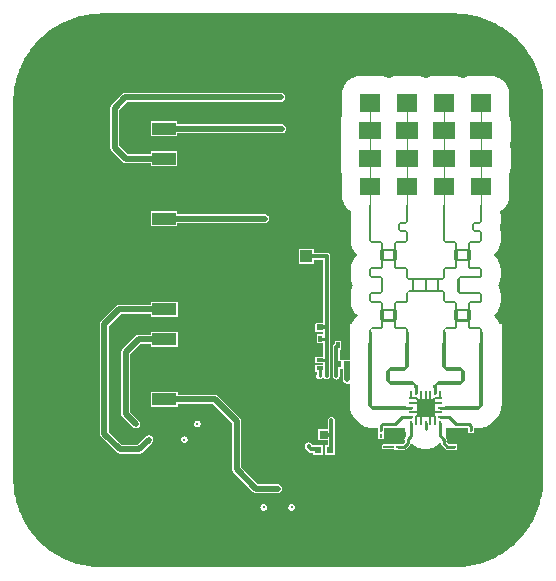
<source format=gbl>
G04*
G04 #@! TF.GenerationSoftware,Altium Limited,Altium Designer,25.8.1 (18)*
G04*
G04 Layer_Physical_Order=6*
G04 Layer_Color=16711680*
%FSLAX26Y26*%
%MOIN*%
G70*
G04*
G04 #@! TF.SameCoordinates,AB66D781-FBCB-4B57-8275-DC7DE2197C71*
G04*
G04*
G04 #@! TF.FilePolarity,Positive*
G04*
G01*
G75*
%ADD10C,0.009842*%
%ADD13C,0.007874*%
%ADD20R,0.012950X0.033489*%
%ADD21R,0.010344X0.013941*%
%ADD22R,0.013941X0.010344*%
%ADD27R,0.013000X0.010000*%
%ADD28R,0.010000X0.013000*%
%ADD29R,0.059000X0.059000*%
%ADD32C,0.050000*%
%ADD33C,0.012992*%
%ADD34C,0.008661*%
%ADD35C,0.012000*%
%ADD36C,0.020000*%
%ADD37C,0.019685*%
%ADD38R,0.023622X0.023622*%
%ADD39R,0.078740X0.040157*%
%ADD40R,0.018432X0.018601*%
G04:AMPARAMS|DCode=41|XSize=21.654mil|YSize=19.685mil|CornerRadius=2.461mil|HoleSize=0mil|Usage=FLASHONLY|Rotation=90.000|XOffset=0mil|YOffset=0mil|HoleType=Round|Shape=RoundedRectangle|*
%AMROUNDEDRECTD41*
21,1,0.021654,0.014764,0,0,90.0*
21,1,0.016732,0.019685,0,0,90.0*
1,1,0.004921,0.007382,0.008366*
1,1,0.004921,0.007382,-0.008366*
1,1,0.004921,-0.007382,-0.008366*
1,1,0.004921,-0.007382,0.008366*
%
%ADD41ROUNDEDRECTD41*%
%ADD42R,0.011811X0.019685*%
%ADD43R,0.019685X0.011811*%
%ADD44R,0.029921X0.028346*%
%ADD45R,0.041339X0.039370*%
%ADD46R,0.086614X0.041339*%
G36*
X603928Y1530006D02*
X612831Y1529467D01*
X621715Y1528660D01*
X630570Y1527585D01*
X639389Y1526243D01*
X648163Y1524635D01*
X656885Y1522763D01*
X665546Y1520628D01*
X674138Y1518233D01*
X682655Y1515579D01*
X691087Y1512669D01*
X699428Y1509506D01*
X707669Y1506092D01*
X715803Y1502431D01*
X723823Y1498526D01*
X731722Y1494381D01*
X739491Y1489999D01*
X747125Y1485384D01*
X754616Y1480541D01*
X761957Y1475473D01*
X769142Y1470187D01*
X776164Y1464685D01*
X783017Y1458975D01*
X789693Y1453059D01*
X796189Y1446945D01*
X802496Y1440638D01*
X808611Y1434142D01*
X814526Y1427465D01*
X820237Y1420613D01*
X825738Y1413591D01*
X831025Y1406406D01*
X836092Y1399065D01*
X840935Y1391574D01*
X845550Y1383940D01*
X849932Y1376171D01*
X854077Y1368272D01*
X857982Y1360252D01*
X861643Y1352118D01*
X865057Y1343876D01*
X868220Y1335536D01*
X871130Y1327103D01*
X873784Y1318587D01*
X876179Y1309995D01*
X878314Y1301333D01*
X880186Y1292612D01*
X881794Y1283838D01*
X883136Y1275019D01*
X884212Y1266164D01*
X885019Y1257280D01*
X885557Y1248376D01*
X885827Y1239460D01*
X885827Y1235000D01*
X885827Y-20036D01*
X885819Y-20039D01*
X885819Y-20040D01*
X885819Y-24500D01*
X885549Y-33416D01*
X885011Y-42320D01*
X884204Y-51203D01*
X883128Y-60059D01*
X881786Y-68877D01*
X880178Y-77651D01*
X878306Y-86373D01*
X876171Y-95034D01*
X873776Y-103627D01*
X871122Y-112143D01*
X868212Y-120575D01*
X865049Y-128916D01*
X861635Y-137157D01*
X857975Y-145292D01*
X854069Y-153312D01*
X849924Y-161210D01*
X845542Y-168980D01*
X840927Y-176614D01*
X836084Y-184105D01*
X831017Y-191446D01*
X825730Y-198631D01*
X820229Y-205652D01*
X814518Y-212505D01*
X808603Y-219182D01*
X802488Y-225677D01*
X796181Y-231985D01*
X789686Y-238099D01*
X783009Y-244014D01*
X776156Y-249725D01*
X769134Y-255226D01*
X761949Y-260513D01*
X754608Y-265580D01*
X747117Y-270423D01*
X739484Y-275038D01*
X731714Y-279420D01*
X723815Y-283566D01*
X715795Y-287471D01*
X707661Y-291132D01*
X699420Y-294545D01*
X691079Y-297709D01*
X682647Y-300618D01*
X674130Y-303272D01*
X665538Y-305668D01*
X656877Y-307802D01*
X648155Y-309674D01*
X639381Y-311282D01*
X630562Y-312625D01*
X621707Y-313700D01*
X612823Y-314507D01*
X603920Y-315046D01*
X595003Y-315315D01*
X-586008Y-315315D01*
X-586008Y-315315D01*
X-586014Y-315331D01*
X-590452Y-315331D01*
X-599369Y-315061D01*
X-608272Y-314523D01*
X-617156Y-313716D01*
X-626011Y-312640D01*
X-634830Y-311298D01*
X-643604Y-309690D01*
X-652326Y-307818D01*
X-660987Y-305683D01*
X-669579Y-303288D01*
X-678096Y-300634D01*
X-686528Y-297724D01*
X-694869Y-294561D01*
X-703110Y-291147D01*
X-711244Y-287486D01*
X-719264Y-283581D01*
X-727163Y-279436D01*
X-734933Y-275054D01*
X-742566Y-270439D01*
X-750057Y-265596D01*
X-757398Y-260529D01*
X-764583Y-255242D01*
X-771605Y-249741D01*
X-778458Y-244030D01*
X-785135Y-238114D01*
X-791630Y-232000D01*
X-797937Y-225693D01*
X-804052Y-219197D01*
X-809967Y-212521D01*
X-815678Y-205668D01*
X-821179Y-198646D01*
X-826466Y-191461D01*
X-831533Y-184120D01*
X-836376Y-176629D01*
X-840991Y-168995D01*
X-845373Y-161226D01*
X-849518Y-153327D01*
X-853423Y-145307D01*
X-857084Y-137173D01*
X-860498Y-128932D01*
X-863661Y-120591D01*
X-866571Y-112159D01*
X-869225Y-103642D01*
X-871620Y-95050D01*
X-873755Y-86389D01*
X-875627Y-77667D01*
X-877235Y-68893D01*
X-878577Y-60074D01*
X-879653Y-51219D01*
X-880460Y-42335D01*
X-880998Y-33431D01*
X-881268Y-24515D01*
X-881268Y-20055D01*
X-881276Y1235000D01*
X-881276Y1239460D01*
X-881006Y1248376D01*
X-880468Y1257280D01*
X-879660Y1266164D01*
X-878585Y1275019D01*
X-877243Y1283838D01*
X-875635Y1292612D01*
X-873763Y1301333D01*
X-871628Y1309995D01*
X-869233Y1318587D01*
X-866579Y1327103D01*
X-863669Y1335536D01*
X-860506Y1343876D01*
X-857092Y1352118D01*
X-853431Y1360252D01*
X-849526Y1368272D01*
X-845381Y1376171D01*
X-840999Y1383940D01*
X-836384Y1391574D01*
X-831541Y1399065D01*
X-826473Y1406406D01*
X-821187Y1413591D01*
X-815686Y1420613D01*
X-809975Y1427465D01*
X-804059Y1434142D01*
X-797945Y1440638D01*
X-791638Y1446945D01*
X-785142Y1453059D01*
X-778466Y1458975D01*
X-771613Y1464685D01*
X-764591Y1470187D01*
X-757406Y1475473D01*
X-750065Y1480541D01*
X-742574Y1485384D01*
X-734940Y1489999D01*
X-727171Y1494381D01*
X-719272Y1498526D01*
X-711252Y1502431D01*
X-703118Y1506092D01*
X-694876Y1509506D01*
X-686536Y1512669D01*
X-678104Y1515579D01*
X-669587Y1518233D01*
X-660995Y1520628D01*
X-652334Y1522763D01*
X-643612Y1524635D01*
X-634838Y1526243D01*
X-626019Y1527585D01*
X-617164Y1528660D01*
X-608280Y1529467D01*
X-599376Y1530006D01*
X-590460Y1530276D01*
X595011Y1530276D01*
X603928Y1530006D01*
X603928Y1530006D02*
G37*
%LPC*%
G36*
X710542Y1322004D02*
X645797Y1322004D01*
X641397Y1321847D01*
X637020Y1321377D01*
X632687Y1320595D01*
X628422Y1319506D01*
X624244Y1318116D01*
X620177Y1316431D01*
X616535Y1314608D01*
X612894Y1316431D01*
X608827Y1318116D01*
X604649Y1319506D01*
X600384Y1320595D01*
X596051Y1321377D01*
X591674Y1321847D01*
X587274Y1322004D01*
X522529Y1322004D01*
X518130Y1321847D01*
X513752Y1321377D01*
X509420Y1320595D01*
X505154Y1319506D01*
X500977Y1318116D01*
X496909Y1316431D01*
X493268Y1314608D01*
X489626Y1316431D01*
X485559Y1318116D01*
X481382Y1319506D01*
X477116Y1320595D01*
X472783Y1321377D01*
X468406Y1321847D01*
X464006Y1322004D01*
X399261Y1322004D01*
X394862Y1321847D01*
X390484Y1321377D01*
X386152Y1320595D01*
X381886Y1319506D01*
X377709Y1318116D01*
X373641Y1316431D01*
X370000Y1314608D01*
X366358Y1316431D01*
X362291Y1318116D01*
X358114Y1319506D01*
X353848Y1320595D01*
X349515Y1321377D01*
X345138Y1321847D01*
X340738Y1322004D01*
X275994Y1322004D01*
X271594Y1321847D01*
X267217Y1321377D01*
X262884Y1320595D01*
X258618Y1319506D01*
X254441Y1318116D01*
X250374Y1316431D01*
X246437Y1314460D01*
X242651Y1312214D01*
X239034Y1309703D01*
X235606Y1306941D01*
X232384Y1303941D01*
X229384Y1300718D01*
X226622Y1297291D01*
X224111Y1293674D01*
X221864Y1289888D01*
X219894Y1285951D01*
X218209Y1281884D01*
X216819Y1277706D01*
X215730Y1273441D01*
X214948Y1269108D01*
X214478Y1264731D01*
X214321Y1260331D01*
X214321Y1203287D01*
X214478Y1198887D01*
X214948Y1194510D01*
X215244Y1192870D01*
X213792Y1189364D01*
X212401Y1185187D01*
X211313Y1180921D01*
X210531Y1176588D01*
X210060Y1172211D01*
X209903Y1167811D01*
X209903Y1110767D01*
X210060Y1106368D01*
X210531Y1101990D01*
X211313Y1097658D01*
X212401Y1093392D01*
X212522Y1093030D01*
X212401Y1092667D01*
X211313Y1088401D01*
X210531Y1084069D01*
X210060Y1079691D01*
X209903Y1075292D01*
X209903Y1018248D01*
X210060Y1013848D01*
X210531Y1009471D01*
X211313Y1005138D01*
X212401Y1000872D01*
X213792Y996695D01*
X215244Y993189D01*
X214948Y991549D01*
X214478Y987172D01*
X214321Y982772D01*
X214321Y925728D01*
X214478Y921328D01*
X214948Y916951D01*
X215730Y912619D01*
X216819Y908353D01*
X218209Y904176D01*
X219894Y900108D01*
X221864Y896171D01*
X224111Y892385D01*
X226622Y888769D01*
X229384Y885341D01*
X232384Y882119D01*
X235606Y879119D01*
X239034Y876356D01*
X242651Y873845D01*
X244374Y872823D01*
X244374Y866925D01*
X243901Y864305D01*
X243430Y859928D01*
X243273Y855528D01*
X243273Y774275D01*
X243430Y769875D01*
X243901Y765498D01*
X244683Y761165D01*
X245772Y756899D01*
X247162Y752722D01*
X248847Y748654D01*
X250817Y744718D01*
X253064Y740931D01*
X255575Y737315D01*
X258337Y733887D01*
X261337Y730665D01*
X266342Y725659D01*
X261337Y720654D01*
X258337Y717431D01*
X255574Y714003D01*
X253064Y710387D01*
X250817Y706601D01*
X248847Y702664D01*
X247162Y698597D01*
X245771Y694419D01*
X244683Y690154D01*
X243901Y685821D01*
X243430Y681444D01*
X243273Y677044D01*
X243273Y655212D01*
X243430Y650812D01*
X243901Y646435D01*
X244683Y642102D01*
X245772Y637836D01*
X247162Y633659D01*
X248847Y629591D01*
X250817Y625655D01*
X251273Y624886D01*
X250817Y624117D01*
X248847Y620180D01*
X247162Y616113D01*
X245771Y611935D01*
X244683Y607670D01*
X243901Y603337D01*
X243430Y598960D01*
X243273Y594560D01*
X243273Y572727D01*
X243430Y568328D01*
X243901Y563951D01*
X244683Y559618D01*
X245771Y555352D01*
X247162Y551175D01*
X248846Y547108D01*
X250817Y543171D01*
X253063Y539385D01*
X255574Y535768D01*
X258337Y532340D01*
X261337Y529118D01*
X266343Y524112D01*
X261337Y519106D01*
X258337Y515884D01*
X255574Y512456D01*
X253064Y508840D01*
X250817Y505054D01*
X248847Y501117D01*
X247162Y497050D01*
X246385Y494717D01*
X240257Y494717D01*
X240257Y434175D01*
X240218Y433083D01*
X240218Y416904D01*
X240200Y416339D01*
X240200Y390306D01*
X240197Y390225D01*
X240197Y374986D01*
X236252Y374986D01*
X236054Y375053D01*
X234146Y375432D01*
X232205Y375559D01*
X230263Y375432D01*
X228355Y375053D01*
X228158Y374986D01*
X217989Y374986D01*
X217989Y367116D01*
X217756Y366883D01*
X214756Y368127D01*
X214756Y374986D01*
X206680Y374986D01*
X206680Y408835D01*
X211614Y408835D01*
X211614Y438520D01*
X189803Y438520D01*
X189803Y428324D01*
X188371Y427446D01*
X186995Y426271D01*
X185819Y424895D01*
X184874Y423352D01*
X184181Y421680D01*
X183759Y419921D01*
X183617Y418117D01*
X183617Y362654D01*
X183617Y321660D01*
X183759Y319856D01*
X184181Y318097D01*
X184874Y316425D01*
X185819Y314882D01*
X186995Y313506D01*
X188371Y312331D01*
X189913Y311386D01*
X191585Y310693D01*
X193345Y310271D01*
X195149Y310129D01*
X196952Y310271D01*
X198712Y310693D01*
X200384Y311386D01*
X201927Y312331D01*
X203303Y313506D01*
X204478Y314882D01*
X205423Y316425D01*
X206116Y318097D01*
X206538Y319856D01*
X206680Y321660D01*
X206680Y346384D01*
X214330Y346384D01*
X214756Y346384D01*
X217330Y345358D01*
X217330Y313331D01*
X217253Y312942D01*
X217126Y311000D01*
X217253Y309058D01*
X217633Y307150D01*
X218258Y305308D01*
X219118Y303563D01*
X220199Y301945D01*
X221482Y300482D01*
X222945Y299199D01*
X224563Y298118D01*
X226308Y297258D01*
X228150Y296633D01*
X230059Y296253D01*
X232000Y296126D01*
X233941Y296253D01*
X235850Y296633D01*
X237197Y297090D01*
X238654Y296448D01*
X240197Y295148D01*
X240197Y225094D01*
X240354Y220695D01*
X240825Y216317D01*
X241606Y211985D01*
X242695Y207719D01*
X244085Y203542D01*
X245770Y199474D01*
X247741Y195537D01*
X249987Y191751D01*
X252498Y188135D01*
X255261Y184707D01*
X258260Y181485D01*
X273851Y165894D01*
X277072Y162895D01*
X280501Y160132D01*
X284117Y157621D01*
X287903Y155375D01*
X291840Y153404D01*
X295907Y151720D01*
X300084Y150329D01*
X304350Y149240D01*
X308683Y148459D01*
X313060Y147988D01*
X317460Y147831D01*
X332938Y147831D01*
X332938Y110525D01*
X353282Y110525D01*
X353282Y145709D01*
X355403Y147831D01*
X425476Y147830D01*
X425476Y144439D01*
X425766Y140021D01*
X426344Y135630D01*
X426634Y134173D01*
X426634Y118100D01*
X426621Y118091D01*
X425397Y116867D01*
X424379Y115466D01*
X423593Y113923D01*
X423058Y112277D01*
X422787Y110567D01*
X422787Y108835D01*
X423058Y107125D01*
X423593Y105478D01*
X424302Y104088D01*
X424302Y102751D01*
X416989Y95438D01*
X412167Y95438D01*
X412167Y96251D01*
X388226Y96251D01*
X388226Y94898D01*
X386037Y93666D01*
X385226Y93463D01*
X384242Y94066D01*
X382942Y94605D01*
X381575Y94933D01*
X380172Y95043D01*
X355945Y95043D01*
X354543Y94933D01*
X353175Y94605D01*
X351875Y94066D01*
X350676Y93331D01*
X349606Y92418D01*
X348692Y91348D01*
X347957Y90148D01*
X347419Y88849D01*
X347091Y87481D01*
X346980Y86079D01*
X347091Y84676D01*
X347419Y83308D01*
X347957Y82009D01*
X348692Y80809D01*
X349606Y79740D01*
X350676Y78826D01*
X351875Y78091D01*
X353175Y77553D01*
X354543Y77225D01*
X355945Y77114D01*
X380172Y77114D01*
X381575Y77225D01*
X382942Y77553D01*
X384242Y78091D01*
X385226Y78694D01*
X386037Y78491D01*
X388226Y77259D01*
X388226Y75907D01*
X412167Y75907D01*
X412167Y76719D01*
X420866Y76719D01*
X422330Y76834D01*
X423758Y77177D01*
X425115Y77739D01*
X426367Y78507D01*
X427484Y79460D01*
X440279Y92256D01*
X441233Y93373D01*
X442001Y94625D01*
X442563Y95982D01*
X442906Y97410D01*
X442944Y97895D01*
X445966Y98149D01*
X446851Y97263D01*
X450181Y94344D01*
X453694Y91648D01*
X457376Y89188D01*
X461211Y86974D01*
X465182Y85015D01*
X469273Y83321D01*
X473467Y81897D01*
X477744Y80751D01*
X482087Y79887D01*
X486477Y79309D01*
X490896Y79020D01*
X495324Y79020D01*
X499743Y79309D01*
X504133Y79887D01*
X508476Y80751D01*
X512754Y81897D01*
X516947Y83321D01*
X521038Y85015D01*
X525010Y86974D01*
X528845Y89188D01*
X532527Y91648D01*
X536040Y94344D01*
X539369Y97263D01*
X540472Y98366D01*
X543554Y98366D01*
X543630Y97410D01*
X543972Y95982D01*
X544535Y94625D01*
X545302Y93373D01*
X546256Y92256D01*
X559051Y79460D01*
X560168Y78507D01*
X561420Y77739D01*
X562777Y77177D01*
X564205Y76834D01*
X565669Y76719D01*
X574368Y76719D01*
X574368Y75907D01*
X598309Y75907D01*
X598309Y96251D01*
X574368Y96251D01*
X574368Y95438D01*
X569546Y95438D01*
X562234Y102751D01*
X562234Y105139D01*
X562407Y105478D01*
X562942Y107125D01*
X563213Y108835D01*
X563213Y110567D01*
X562942Y112277D01*
X562407Y113923D01*
X561621Y115466D01*
X560603Y116867D01*
X559902Y117568D01*
X559902Y135821D01*
X560454Y140021D01*
X560744Y144439D01*
X560744Y147831D01*
X633253Y147831D01*
X633253Y130550D01*
X653597Y130550D01*
X653597Y147831D01*
X669075Y147831D01*
X673475Y147988D01*
X677852Y148458D01*
X682185Y149240D01*
X686450Y150329D01*
X690628Y151719D01*
X694695Y153404D01*
X698632Y155375D01*
X702418Y157621D01*
X706034Y160132D01*
X709462Y162894D01*
X712684Y165894D01*
X715280Y168490D01*
X715283Y168493D01*
X728275Y181485D01*
X731275Y184707D01*
X734037Y188135D01*
X736548Y191751D01*
X738794Y195537D01*
X740765Y199474D01*
X742450Y203541D01*
X743840Y207719D01*
X744929Y211984D01*
X745711Y216317D01*
X746182Y220694D01*
X746339Y225094D01*
X746340Y390224D01*
X746336Y390331D01*
X746336Y416339D01*
X746317Y416904D01*
X746317Y433083D01*
X746278Y434175D01*
X746278Y494717D01*
X740150Y494717D01*
X739374Y497050D01*
X737689Y501117D01*
X735718Y505054D01*
X733472Y508840D01*
X730961Y512456D01*
X728198Y515885D01*
X725199Y519106D01*
X720193Y524112D01*
X725199Y529118D01*
X728199Y532340D01*
X730961Y535768D01*
X733472Y539385D01*
X735718Y543171D01*
X737689Y547107D01*
X739374Y551175D01*
X740764Y555352D01*
X741853Y559618D01*
X742634Y563951D01*
X743105Y568328D01*
X743262Y572727D01*
X743262Y594560D01*
X743105Y598960D01*
X742634Y603337D01*
X741853Y607670D01*
X740764Y611935D01*
X739374Y616113D01*
X737689Y620180D01*
X735718Y624117D01*
X735262Y624886D01*
X735718Y625654D01*
X737689Y629591D01*
X739374Y633659D01*
X740764Y637836D01*
X741853Y642102D01*
X742634Y646435D01*
X743105Y650812D01*
X743262Y655212D01*
X743262Y677044D01*
X743105Y681444D01*
X742634Y685821D01*
X741853Y690154D01*
X740764Y694419D01*
X739374Y698596D01*
X737689Y702664D01*
X735718Y706601D01*
X733472Y710387D01*
X730961Y714003D01*
X728199Y717431D01*
X725199Y720654D01*
X720193Y725659D01*
X725198Y730665D01*
X728198Y733887D01*
X730961Y737315D01*
X733471Y740931D01*
X735718Y744717D01*
X737689Y748654D01*
X739374Y752722D01*
X740764Y756899D01*
X741853Y761165D01*
X742634Y765498D01*
X743105Y769875D01*
X743262Y774275D01*
X743262Y801029D01*
X743105Y805428D01*
X742634Y809806D01*
X741853Y814138D01*
X740764Y818404D01*
X740519Y819140D01*
X740764Y819876D01*
X741853Y824141D01*
X742634Y828474D01*
X743105Y832851D01*
X743262Y837251D01*
X743262Y855528D01*
X743105Y859928D01*
X742634Y864305D01*
X742162Y866925D01*
X742162Y872823D01*
X743885Y873845D01*
X747501Y876356D01*
X750929Y879119D01*
X754151Y882119D01*
X757151Y885341D01*
X759914Y888769D01*
X762424Y892385D01*
X764671Y896171D01*
X766642Y900108D01*
X768326Y904176D01*
X769717Y908353D01*
X770806Y912619D01*
X771587Y916951D01*
X772058Y921328D01*
X772215Y925728D01*
X772215Y982772D01*
X772058Y987172D01*
X771587Y991549D01*
X771291Y993189D01*
X772744Y996695D01*
X774134Y1000872D01*
X775223Y1005138D01*
X776005Y1009471D01*
X776475Y1013848D01*
X776632Y1018248D01*
X776632Y1075292D01*
X776475Y1079691D01*
X776005Y1084069D01*
X775223Y1088401D01*
X774134Y1092667D01*
X774013Y1093030D01*
X774134Y1093392D01*
X775223Y1097658D01*
X776005Y1101990D01*
X776475Y1106368D01*
X776632Y1110767D01*
X776632Y1167811D01*
X776475Y1172211D01*
X776005Y1176588D01*
X775223Y1180921D01*
X774134Y1185187D01*
X772744Y1189364D01*
X771291Y1192870D01*
X771587Y1194510D01*
X772058Y1198887D01*
X772215Y1203287D01*
X772215Y1260331D01*
X772058Y1264731D01*
X771587Y1269108D01*
X770806Y1273441D01*
X769717Y1277706D01*
X768326Y1281884D01*
X766642Y1285951D01*
X764671Y1289888D01*
X762424Y1293674D01*
X759914Y1297291D01*
X757151Y1300718D01*
X754151Y1303941D01*
X750929Y1306941D01*
X747501Y1309703D01*
X743885Y1312214D01*
X740098Y1314460D01*
X736162Y1316431D01*
X732094Y1318116D01*
X727917Y1319506D01*
X723651Y1320595D01*
X719319Y1321377D01*
X714941Y1321847D01*
X710542Y1322004D01*
X710542Y1322004D02*
G37*
G36*
X-333937Y1171331D02*
X-422677Y1171331D01*
X-422677Y1121173D01*
X-333937Y1121173D01*
X-333937Y1131378D01*
X11431Y1131378D01*
X12059Y1131253D01*
X14000Y1131126D01*
X15941Y1131253D01*
X17850Y1131633D01*
X19692Y1132258D01*
X21437Y1133118D01*
X23055Y1134199D01*
X24518Y1135482D01*
X25801Y1136945D01*
X26882Y1138563D01*
X27742Y1140308D01*
X28367Y1142150D01*
X28747Y1144059D01*
X28874Y1146000D01*
X28747Y1147941D01*
X28367Y1149850D01*
X27742Y1151692D01*
X26882Y1153437D01*
X25801Y1155055D01*
X24518Y1156518D01*
X24266Y1156770D01*
X22803Y1158053D01*
X21185Y1159134D01*
X19440Y1159994D01*
X17598Y1160620D01*
X15690Y1160999D01*
X13748Y1161126D01*
X-333937Y1161126D01*
X-333937Y1171331D01*
X-333937Y1171331D02*
G37*
G36*
X11000Y1265874D02*
X-508000Y1265874D01*
X-509942Y1265747D01*
X-511850Y1265368D01*
X-513692Y1264742D01*
X-515437Y1263882D01*
X-517055Y1262801D01*
X-518518Y1261518D01*
X-553518Y1226518D01*
X-554801Y1225055D01*
X-555882Y1223437D01*
X-556742Y1221692D01*
X-557367Y1219850D01*
X-557747Y1217941D01*
X-557874Y1216000D01*
X-557874Y1083000D01*
X-557747Y1081059D01*
X-557367Y1079150D01*
X-556742Y1077308D01*
X-555882Y1075563D01*
X-554801Y1073945D01*
X-553518Y1072482D01*
X-516770Y1035734D01*
X-515307Y1034451D01*
X-514701Y1034046D01*
X-513689Y1033370D01*
X-511944Y1032510D01*
X-510102Y1031884D01*
X-508193Y1031505D01*
X-506252Y1031378D01*
X-422677Y1031378D01*
X-422677Y1021173D01*
X-333937Y1021173D01*
X-333937Y1071331D01*
X-422677Y1071331D01*
X-422677Y1061126D01*
X-500091Y1061126D01*
X-528126Y1089161D01*
X-528126Y1209839D01*
X-501839Y1236126D01*
X11000Y1236126D01*
X12941Y1236253D01*
X14850Y1236632D01*
X16692Y1237258D01*
X18437Y1238119D01*
X20055Y1239199D01*
X21518Y1240482D01*
X22801Y1241945D01*
X23881Y1243563D01*
X24742Y1245308D01*
X25367Y1247150D01*
X25747Y1249059D01*
X25874Y1251000D01*
X25747Y1252941D01*
X25367Y1254850D01*
X24742Y1256692D01*
X23881Y1258437D01*
X22801Y1260055D01*
X21518Y1261518D01*
X20055Y1262801D01*
X18437Y1263881D01*
X16692Y1264742D01*
X14850Y1265368D01*
X12941Y1265747D01*
X11000Y1265874D01*
X11000Y1265874D02*
G37*
G36*
X-333937Y871331D02*
X-422677Y871331D01*
X-422677Y821173D01*
X-333937Y821173D01*
X-333937Y831378D01*
X-43240Y831378D01*
X-43000Y831362D01*
X-41059Y831489D01*
X-39150Y831869D01*
X-37308Y832494D01*
X-35563Y833355D01*
X-33945Y834436D01*
X-32482Y835718D01*
X-31200Y837181D01*
X-30119Y838799D01*
X-29258Y840544D01*
X-28633Y842386D01*
X-28253Y844295D01*
X-28126Y846236D01*
X-28253Y848178D01*
X-28633Y850086D01*
X-29258Y851928D01*
X-30119Y853673D01*
X-31200Y855291D01*
X-32482Y856754D01*
X-32498Y856770D01*
X-33961Y858053D01*
X-35579Y859134D01*
X-37324Y859994D01*
X-39166Y860620D01*
X-41074Y860999D01*
X-43016Y861126D01*
X-333937Y861126D01*
X-333937Y871331D01*
X-333937Y871331D02*
G37*
G36*
X-332953Y569953D02*
X-421693Y569953D01*
X-421693Y559748D01*
X-529126Y559748D01*
X-531067Y559621D01*
X-532976Y559241D01*
X-534818Y558616D01*
X-536563Y557756D01*
X-538181Y556675D01*
X-539644Y555392D01*
X-588518Y506518D01*
X-589801Y505055D01*
X-590882Y503437D01*
X-591742Y501692D01*
X-592367Y499850D01*
X-592747Y497942D01*
X-592874Y496000D01*
X-592874Y130000D01*
X-592747Y128059D01*
X-592367Y126150D01*
X-591742Y124308D01*
X-590882Y122563D01*
X-589801Y120945D01*
X-588518Y119482D01*
X-536518Y67482D01*
X-535055Y66199D01*
X-533437Y65118D01*
X-531692Y64258D01*
X-529850Y63633D01*
X-527942Y63253D01*
X-526000Y63126D01*
X-460913Y63126D01*
X-458972Y63253D01*
X-457064Y63633D01*
X-455221Y64258D01*
X-453476Y65118D01*
X-451858Y66199D01*
X-450396Y67482D01*
X-418695Y99183D01*
X-417412Y100646D01*
X-416331Y102264D01*
X-415471Y104009D01*
X-414845Y105851D01*
X-414466Y107759D01*
X-414338Y109701D01*
X-414466Y111642D01*
X-414845Y113551D01*
X-415471Y115393D01*
X-416331Y117138D01*
X-417412Y118756D01*
X-418695Y120219D01*
X-420158Y121501D01*
X-421776Y122582D01*
X-423520Y123443D01*
X-425363Y124068D01*
X-427271Y124448D01*
X-429213Y124575D01*
X-431154Y124448D01*
X-433062Y124068D01*
X-434905Y123443D01*
X-436650Y122582D01*
X-438267Y121501D01*
X-439730Y120219D01*
X-467075Y92874D01*
X-519839Y92874D01*
X-563126Y136161D01*
X-563126Y489839D01*
X-522965Y530000D01*
X-421693Y530000D01*
X-421693Y519795D01*
X-332953Y519795D01*
X-332953Y569953D01*
X-332953Y569953D02*
G37*
G36*
X121063Y745606D02*
X69724Y745606D01*
X69724Y696236D01*
X121063Y696236D01*
X121063Y709390D01*
X152760Y709390D01*
X152760Y500823D01*
X149970Y499031D01*
X149760Y499062D01*
X148529Y499435D01*
X147067Y499579D01*
X132303Y499579D01*
X130841Y499435D01*
X129434Y499009D01*
X128138Y498316D01*
X127002Y497384D01*
X126070Y496248D01*
X125377Y494952D01*
X124950Y493545D01*
X124806Y492083D01*
X124806Y475350D01*
X124950Y473888D01*
X125377Y472481D01*
X126070Y471185D01*
X127002Y470049D01*
X128138Y469117D01*
X129434Y468424D01*
X130841Y467998D01*
X132303Y467854D01*
X147067Y467854D01*
X148529Y467998D01*
X149760Y468371D01*
X149970Y468402D01*
X152760Y466610D01*
X152760Y463667D01*
X151575Y461158D01*
X129764Y461158D01*
X129764Y431473D01*
X151575Y431473D01*
X152760Y428963D01*
X152760Y385370D01*
X124843Y385370D01*
X124843Y363559D01*
X152760Y363559D01*
X152760Y357811D01*
X124843Y357811D01*
X124843Y336000D01*
X130325Y336000D01*
X130325Y328131D01*
X130277Y328064D01*
X129491Y326522D01*
X128956Y324875D01*
X128685Y323165D01*
X128685Y321433D01*
X128956Y319723D01*
X129491Y318077D01*
X130277Y316534D01*
X131295Y315133D01*
X132519Y313909D01*
X133920Y312891D01*
X135463Y312105D01*
X137109Y311570D01*
X138819Y311299D01*
X140551Y311299D01*
X142261Y311570D01*
X143908Y312105D01*
X145450Y312891D01*
X146851Y313909D01*
X148075Y315133D01*
X149093Y316534D01*
X149879Y318077D01*
X150177Y318993D01*
X153202Y319057D01*
X153250Y319046D01*
X153324Y318736D01*
X154017Y317064D01*
X154962Y315521D01*
X156137Y314145D01*
X157513Y312970D01*
X159056Y312025D01*
X160728Y311332D01*
X162487Y310910D01*
X164291Y310768D01*
X166095Y310910D01*
X167855Y311332D01*
X169526Y312025D01*
X171069Y312970D01*
X172445Y314145D01*
X173620Y315521D01*
X174566Y317064D01*
X175258Y318736D01*
X175681Y320495D01*
X175823Y322299D01*
X175823Y374465D01*
X175823Y446315D01*
X175823Y483716D01*
X175823Y720921D01*
X175681Y722725D01*
X175258Y724485D01*
X174566Y726157D01*
X173620Y727699D01*
X172445Y729075D01*
X171069Y730250D01*
X169526Y731196D01*
X167855Y731888D01*
X166095Y732311D01*
X164291Y732453D01*
X121063Y732453D01*
X121063Y745606D01*
X121063Y745606D02*
G37*
G36*
X-332953Y469953D02*
X-421693Y469953D01*
X-421693Y459748D01*
X-463126Y459748D01*
X-465067Y459621D01*
X-466976Y459241D01*
X-468818Y458616D01*
X-470563Y457756D01*
X-472181Y456675D01*
X-473644Y455392D01*
X-517518Y411518D01*
X-518801Y410055D01*
X-519882Y408437D01*
X-520742Y406692D01*
X-521367Y404850D01*
X-521747Y402942D01*
X-521874Y401000D01*
X-521874Y196346D01*
X-521747Y194405D01*
X-521367Y192497D01*
X-520742Y190654D01*
X-519882Y188909D01*
X-518801Y187292D01*
X-517518Y185829D01*
X-483037Y151348D01*
X-481575Y150066D01*
X-479957Y148984D01*
X-478212Y148124D01*
X-476369Y147499D01*
X-474461Y147119D01*
X-472520Y146992D01*
X-470578Y147119D01*
X-468670Y147499D01*
X-466827Y148124D01*
X-465083Y148984D01*
X-463465Y150066D01*
X-462002Y151348D01*
X-460719Y152811D01*
X-459638Y154429D01*
X-458778Y156174D01*
X-458152Y158016D01*
X-457773Y159925D01*
X-457645Y161866D01*
X-457773Y163808D01*
X-458152Y165716D01*
X-458778Y167558D01*
X-459638Y169303D01*
X-460719Y170921D01*
X-462002Y172384D01*
X-492126Y202507D01*
X-492126Y394839D01*
X-456965Y430000D01*
X-421693Y430000D01*
X-421693Y419795D01*
X-332953Y419795D01*
X-332953Y469953D01*
X-332953Y469953D02*
G37*
G36*
X-266615Y172866D02*
X-268346Y172866D01*
X-270056Y172595D01*
X-271703Y172060D01*
X-273245Y171274D01*
X-274646Y170256D01*
X-275871Y169032D01*
X-276888Y167631D01*
X-277674Y166089D01*
X-278209Y164442D01*
X-278480Y162732D01*
X-278480Y161000D01*
X-278209Y159290D01*
X-277674Y157644D01*
X-276888Y156101D01*
X-275871Y154700D01*
X-274646Y153476D01*
X-273245Y152458D01*
X-271703Y151672D01*
X-270056Y151137D01*
X-268346Y150866D01*
X-266615Y150866D01*
X-264904Y151137D01*
X-263258Y151672D01*
X-261715Y152458D01*
X-260314Y153476D01*
X-259090Y154700D01*
X-258072Y156101D01*
X-257286Y157644D01*
X-256751Y159290D01*
X-256480Y161000D01*
X-256480Y162732D01*
X-256751Y164442D01*
X-257286Y166089D01*
X-258072Y167631D01*
X-259090Y169032D01*
X-260314Y170256D01*
X-261715Y171274D01*
X-263258Y172060D01*
X-264904Y172595D01*
X-266615Y172866D01*
X-266615Y172866D02*
G37*
G36*
X-309922Y120701D02*
X-311653Y120701D01*
X-313363Y120430D01*
X-315010Y119895D01*
X-316553Y119109D01*
X-317953Y118091D01*
X-319178Y116867D01*
X-320195Y115466D01*
X-320981Y113923D01*
X-321517Y112277D01*
X-321787Y110567D01*
X-321787Y108835D01*
X-321517Y107125D01*
X-320981Y105478D01*
X-320195Y103936D01*
X-319178Y102535D01*
X-317953Y101311D01*
X-316553Y100293D01*
X-315010Y99507D01*
X-313363Y98972D01*
X-311653Y98701D01*
X-309922Y98701D01*
X-308212Y98972D01*
X-306565Y99507D01*
X-305022Y100293D01*
X-303621Y101311D01*
X-302397Y102535D01*
X-301379Y103936D01*
X-300593Y105478D01*
X-300058Y107125D01*
X-299787Y108835D01*
X-299787Y110567D01*
X-300058Y112277D01*
X-300593Y113923D01*
X-301379Y115466D01*
X-302397Y116867D01*
X-303621Y118091D01*
X-305022Y119109D01*
X-306565Y119895D01*
X-308212Y120430D01*
X-309922Y120701D01*
X-309922Y120701D02*
G37*
G36*
X179055Y185209D02*
X177251Y185067D01*
X175492Y184644D01*
X173820Y183952D01*
X172277Y183006D01*
X170901Y181831D01*
X169726Y180455D01*
X168780Y178912D01*
X168088Y177241D01*
X167666Y175481D01*
X167524Y173677D01*
X167524Y145606D01*
X134488Y145606D01*
X134488Y107260D01*
X167524Y107260D01*
X167524Y92811D01*
X157858Y92811D01*
X157858Y59189D01*
X191480Y59189D01*
X191480Y92811D01*
X190587Y92811D01*
X190587Y123972D01*
X190587Y173677D01*
X190445Y175481D01*
X190022Y177241D01*
X189330Y178912D01*
X188384Y180455D01*
X187209Y181831D01*
X185833Y183006D01*
X184290Y183952D01*
X182619Y184644D01*
X180859Y185067D01*
X179055Y185209D01*
X179055Y185209D02*
G37*
G36*
X103000Y100531D02*
X101196Y100389D01*
X99437Y99967D01*
X97765Y99275D01*
X96222Y98329D01*
X94846Y97154D01*
X93671Y95778D01*
X92725Y94235D01*
X92033Y92563D01*
X91611Y90804D01*
X91469Y89000D01*
X91469Y85000D01*
X91611Y83196D01*
X92033Y81437D01*
X92725Y79765D01*
X93671Y78222D01*
X94846Y76846D01*
X102846Y68846D01*
X104222Y67671D01*
X105765Y66725D01*
X107437Y66033D01*
X109196Y65611D01*
X111000Y65469D01*
X116520Y65469D01*
X116520Y59189D01*
X150142Y59189D01*
X150142Y92811D01*
X116520Y92811D01*
X116520Y92811D01*
X113692Y93227D01*
X113275Y94235D01*
X112329Y95778D01*
X111154Y97154D01*
X109778Y98329D01*
X108235Y99275D01*
X106563Y99967D01*
X104804Y100389D01*
X103000Y100531D01*
X103000Y100531D02*
G37*
G36*
X-332953Y269953D02*
X-421693Y269953D01*
X-421693Y219795D01*
X-332953Y219795D01*
X-332953Y230000D01*
X-216035Y230000D01*
X-151874Y165839D01*
X-151874Y12000D01*
X-151747Y10059D01*
X-151368Y8150D01*
X-150742Y6308D01*
X-149882Y4563D01*
X-148801Y2945D01*
X-147518Y1482D01*
X-81518Y-64518D01*
X-80055Y-65801D01*
X-78437Y-66882D01*
X-76692Y-67742D01*
X-74850Y-68368D01*
X-72942Y-68747D01*
X-71000Y-68874D01*
X0Y-68874D01*
X1942Y-68747D01*
X3850Y-68368D01*
X5692Y-67742D01*
X7437Y-66882D01*
X9055Y-65801D01*
X10518Y-64518D01*
X11801Y-63055D01*
X12882Y-61437D01*
X13742Y-59692D01*
X14367Y-57850D01*
X14747Y-55941D01*
X14874Y-54000D01*
X14747Y-52059D01*
X14367Y-50150D01*
X13742Y-48308D01*
X12882Y-46563D01*
X11801Y-44945D01*
X10518Y-43482D01*
X9055Y-42199D01*
X7437Y-41118D01*
X5692Y-40258D01*
X3850Y-39633D01*
X1942Y-39253D01*
X0Y-39126D01*
X-64839Y-39126D01*
X-122126Y18161D01*
X-122126Y172000D01*
X-122253Y173941D01*
X-122632Y175850D01*
X-123258Y177692D01*
X-124118Y179437D01*
X-125199Y181055D01*
X-126482Y182518D01*
X-199356Y255392D01*
X-200819Y256675D01*
X-202437Y257756D01*
X-204182Y258616D01*
X-206024Y259241D01*
X-207933Y259621D01*
X-209874Y259748D01*
X-332953Y259748D01*
X-332953Y269953D01*
X-332953Y269953D02*
G37*
G36*
X47598Y-105339D02*
X45867Y-105339D01*
X44157Y-105609D01*
X42510Y-106144D01*
X40967Y-106931D01*
X39566Y-107948D01*
X38342Y-109173D01*
X37324Y-110573D01*
X36538Y-112116D01*
X36003Y-113763D01*
X35732Y-115473D01*
X35732Y-117204D01*
X36003Y-118914D01*
X36538Y-120561D01*
X37324Y-122104D01*
X38342Y-123505D01*
X39566Y-124729D01*
X40967Y-125747D01*
X42510Y-126533D01*
X44157Y-127068D01*
X45867Y-127339D01*
X47598Y-127339D01*
X49308Y-127068D01*
X50955Y-126533D01*
X52498Y-125747D01*
X53898Y-124729D01*
X55123Y-123505D01*
X56140Y-122104D01*
X56926Y-120561D01*
X57462Y-118914D01*
X57732Y-117204D01*
X57732Y-115473D01*
X57462Y-113763D01*
X56926Y-112116D01*
X56140Y-110573D01*
X55123Y-109173D01*
X53898Y-107948D01*
X52498Y-106931D01*
X50955Y-106144D01*
X49308Y-105609D01*
X47598Y-105339D01*
X47598Y-105339D02*
G37*
G36*
X-45473Y-105339D02*
X-47204Y-105339D01*
X-48914Y-105609D01*
X-50561Y-106144D01*
X-52104Y-106931D01*
X-53505Y-107948D01*
X-54729Y-109173D01*
X-55747Y-110573D01*
X-56533Y-112116D01*
X-57068Y-113763D01*
X-57339Y-115473D01*
X-57339Y-117204D01*
X-57068Y-118914D01*
X-56533Y-120561D01*
X-55747Y-122104D01*
X-54729Y-123505D01*
X-53505Y-124729D01*
X-52104Y-125747D01*
X-50561Y-126533D01*
X-48914Y-127068D01*
X-47204Y-127339D01*
X-45473Y-127339D01*
X-43763Y-127068D01*
X-42116Y-126533D01*
X-40573Y-125747D01*
X-39173Y-124729D01*
X-37948Y-123505D01*
X-36931Y-122104D01*
X-36145Y-120561D01*
X-35609Y-118914D01*
X-35339Y-117204D01*
X-35339Y-115473D01*
X-35609Y-113763D01*
X-36145Y-112116D01*
X-36931Y-110573D01*
X-37948Y-109173D01*
X-39173Y-107948D01*
X-40573Y-106931D01*
X-42116Y-106144D01*
X-43763Y-105609D01*
X-45473Y-105339D01*
X-45473Y-105339D02*
G37*
%LPD*%
G36*
X710542Y1203287D02*
X679669Y1203287D01*
X679654Y1203281D01*
X679648Y1203266D01*
X679648Y1167833D01*
X679654Y1167818D01*
X679669Y1167811D01*
X714959Y1167811D01*
X714959Y1110767D01*
X679669Y1110767D01*
X679654Y1110761D01*
X679648Y1110746D01*
X679648Y1075313D01*
X679654Y1075298D01*
X679669Y1075292D01*
X714959Y1075292D01*
X714959Y1018248D01*
X679669Y1018248D01*
X679654Y1018241D01*
X679648Y1018226D01*
X679648Y982793D01*
X679654Y982778D01*
X679669Y982772D01*
X710542Y982772D01*
X710542Y925728D01*
X679669Y925728D01*
X679654Y925722D01*
X679648Y925707D01*
X679648Y890274D01*
X679654Y890259D01*
X679669Y890252D01*
X680489Y890252D01*
X680489Y855549D01*
X680495Y855534D01*
X680510Y855528D01*
X681589Y855528D01*
X681589Y837251D01*
X673341Y829004D01*
X655634Y829004D01*
X655619Y828997D01*
X655612Y828982D01*
X655612Y809297D01*
X655619Y809282D01*
X655634Y809276D01*
X673342Y809276D01*
X681589Y801029D01*
X681589Y774275D01*
X673341Y766027D01*
X641197Y766027D01*
X641182Y766021D01*
X641176Y766006D01*
X641176Y742880D01*
X641182Y742865D01*
X641197Y742859D01*
X644191Y742859D01*
X644191Y708460D01*
X641197Y708460D01*
X641182Y708454D01*
X641176Y708439D01*
X641176Y685313D01*
X641182Y685298D01*
X641197Y685292D01*
X673341Y685292D01*
X681589Y677044D01*
X681589Y655212D01*
X673341Y646964D01*
X606342Y646964D01*
X606327Y646958D01*
X606321Y646943D01*
X606321Y602829D01*
X606327Y602814D01*
X606342Y602808D01*
X673342Y602808D01*
X681589Y594560D01*
X681589Y572727D01*
X673341Y564480D01*
X641197Y564480D01*
X641182Y564474D01*
X641176Y564459D01*
X641176Y541333D01*
X641182Y541318D01*
X641197Y541311D01*
X644191Y541311D01*
X644191Y506913D01*
X641197Y506913D01*
X641182Y506907D01*
X641176Y506892D01*
X641176Y483766D01*
X641182Y483751D01*
X641197Y483745D01*
X673342Y483745D01*
X681589Y475497D01*
X681589Y467041D01*
X681595Y467026D01*
X681610Y467020D01*
X682971Y467020D01*
X682971Y433104D01*
X682977Y433089D01*
X682992Y433083D01*
X684644Y433083D01*
X684644Y399594D01*
X671694Y399594D01*
X671694Y433083D01*
X673346Y433083D01*
X673361Y433089D01*
X673368Y433104D01*
X673368Y467020D01*
X674728Y467020D01*
X674743Y467026D01*
X674750Y467041D01*
X674750Y476884D01*
X674743Y476899D01*
X674728Y476905D01*
X642584Y476905D01*
X634336Y485153D01*
X634336Y503451D01*
X634330Y503466D01*
X634315Y503472D01*
X598756Y503472D01*
X598741Y503466D01*
X598735Y503451D01*
X598735Y485153D01*
X590487Y476905D01*
X558342Y476905D01*
X558327Y476899D01*
X558321Y476884D01*
X558321Y467041D01*
X558327Y467026D01*
X558342Y467020D01*
X559703Y467020D01*
X559703Y433104D01*
X559709Y433089D01*
X559724Y433083D01*
X561376Y433083D01*
X561376Y399594D01*
X548427Y399594D01*
X548427Y433083D01*
X550079Y433083D01*
X550094Y433089D01*
X550100Y433104D01*
X550100Y467020D01*
X551461Y467020D01*
X551476Y467026D01*
X551482Y467041D01*
X551482Y475497D01*
X559729Y483745D01*
X591874Y483745D01*
X591889Y483751D01*
X591895Y483766D01*
X591895Y506892D01*
X591889Y506907D01*
X591874Y506913D01*
X588880Y506913D01*
X588880Y541311D01*
X591874Y541311D01*
X591889Y541318D01*
X591895Y541333D01*
X591895Y564459D01*
X591889Y564474D01*
X591874Y564480D01*
X559729Y564480D01*
X551482Y572727D01*
X551482Y600868D01*
X551476Y600883D01*
X551461Y600889D01*
X435075Y600889D01*
X435060Y600883D01*
X435053Y600868D01*
X435053Y572727D01*
X426806Y564480D01*
X394661Y564480D01*
X394646Y564474D01*
X394640Y564459D01*
X394640Y541333D01*
X394646Y541318D01*
X394661Y541311D01*
X397656Y541311D01*
X397656Y506913D01*
X394661Y506913D01*
X394646Y506907D01*
X394640Y506892D01*
X394640Y483766D01*
X394646Y483751D01*
X394661Y483745D01*
X426806Y483745D01*
X435053Y475497D01*
X435053Y467041D01*
X435060Y467026D01*
X435075Y467020D01*
X436435Y467020D01*
X436435Y433104D01*
X436442Y433089D01*
X436457Y433083D01*
X438109Y433083D01*
X438109Y399594D01*
X425159Y399594D01*
X425159Y433083D01*
X426811Y433083D01*
X426826Y433089D01*
X426832Y433104D01*
X426832Y467020D01*
X428193Y467020D01*
X428208Y467026D01*
X428214Y467041D01*
X428214Y476884D01*
X428208Y476899D01*
X428193Y476905D01*
X396048Y476905D01*
X387801Y485153D01*
X387801Y503451D01*
X387795Y503466D01*
X387779Y503472D01*
X352221Y503472D01*
X352205Y503466D01*
X352199Y503451D01*
X352199Y485153D01*
X343952Y476905D01*
X311807Y476905D01*
X311792Y476899D01*
X311786Y476884D01*
X311786Y467041D01*
X311792Y467026D01*
X311807Y467020D01*
X313168Y467020D01*
X313168Y433104D01*
X313174Y433089D01*
X313189Y433083D01*
X314841Y433083D01*
X314841Y399594D01*
X301891Y399594D01*
X301891Y433083D01*
X303543Y433083D01*
X303558Y433089D01*
X303565Y433104D01*
X303565Y467020D01*
X304925Y467020D01*
X304940Y467026D01*
X304947Y467041D01*
X304947Y475497D01*
X313194Y483745D01*
X345339Y483745D01*
X345354Y483751D01*
X345360Y483766D01*
X345360Y506892D01*
X345354Y506907D01*
X345339Y506913D01*
X342344Y506913D01*
X342344Y541311D01*
X345339Y541311D01*
X345354Y541318D01*
X345360Y541333D01*
X345360Y564459D01*
X345354Y564474D01*
X345339Y564480D01*
X313194Y564480D01*
X304947Y572727D01*
X304947Y594560D01*
X313194Y602808D01*
X345957Y602808D01*
X345972Y602814D01*
X345978Y602829D01*
X345978Y646943D01*
X345972Y646958D01*
X345957Y646964D01*
X313194Y646964D01*
X304947Y655212D01*
X304947Y677044D01*
X313194Y685292D01*
X345339Y685292D01*
X345354Y685298D01*
X345360Y685313D01*
X345360Y708439D01*
X345354Y708454D01*
X345339Y708460D01*
X342344Y708460D01*
X342344Y742859D01*
X345339Y742859D01*
X345354Y742865D01*
X345360Y742880D01*
X345360Y766006D01*
X345354Y766021D01*
X345339Y766027D01*
X313194Y766027D01*
X304947Y774275D01*
X304947Y855528D01*
X306026Y855528D01*
X306041Y855534D01*
X306047Y855549D01*
X306047Y890252D01*
X306866Y890252D01*
X306881Y890259D01*
X306887Y890274D01*
X306887Y925707D01*
X306881Y925722D01*
X306866Y925728D01*
X275994Y925728D01*
X275994Y982772D01*
X306866Y982772D01*
X306881Y982778D01*
X306887Y982793D01*
X306887Y1018226D01*
X306881Y1018241D01*
X306866Y1018248D01*
X271576Y1018248D01*
X271576Y1075292D01*
X306866Y1075292D01*
X306881Y1075298D01*
X306887Y1075313D01*
X306887Y1110746D01*
X306881Y1110761D01*
X306866Y1110767D01*
X271576Y1110767D01*
X271576Y1167811D01*
X306866Y1167811D01*
X306881Y1167818D01*
X306887Y1167833D01*
X306887Y1203266D01*
X306881Y1203281D01*
X306866Y1203287D01*
X275994Y1203287D01*
X275994Y1260331D01*
X340738Y1260331D01*
X340738Y1203287D01*
X309866Y1203287D01*
X309851Y1203281D01*
X309845Y1203266D01*
X309845Y1167833D01*
X309851Y1167818D01*
X309866Y1167811D01*
X345156Y1167811D01*
X345156Y1110767D01*
X309866Y1110767D01*
X309851Y1110761D01*
X309845Y1110746D01*
X309845Y1075313D01*
X309851Y1075298D01*
X309866Y1075292D01*
X345156Y1075292D01*
X345156Y1018248D01*
X309866Y1018248D01*
X309851Y1018241D01*
X309845Y1018226D01*
X309845Y982793D01*
X309851Y982778D01*
X309866Y982772D01*
X340738Y982772D01*
X340738Y925728D01*
X309866Y925728D01*
X309851Y925722D01*
X309845Y925707D01*
X309845Y890274D01*
X309851Y890259D01*
X309866Y890252D01*
X310685Y890252D01*
X310685Y855549D01*
X310692Y855534D01*
X310707Y855528D01*
X311786Y855528D01*
X311786Y772888D01*
X311792Y772873D01*
X311807Y772867D01*
X343952Y772867D01*
X352199Y764619D01*
X352199Y746321D01*
X352205Y746306D01*
X352221Y746300D01*
X387779Y746300D01*
X387795Y746306D01*
X387801Y746321D01*
X387801Y764619D01*
X396048Y772867D01*
X428193Y772867D01*
X428208Y772873D01*
X428214Y772888D01*
X428214Y802415D01*
X428208Y802431D01*
X428193Y802437D01*
X410485Y802437D01*
X402238Y810684D01*
X402238Y827596D01*
X410485Y835843D01*
X428193Y835843D01*
X428208Y835849D01*
X428214Y835864D01*
X428214Y855528D01*
X429293Y855528D01*
X429308Y855534D01*
X429315Y855549D01*
X429315Y890252D01*
X430134Y890252D01*
X430149Y890259D01*
X430155Y890274D01*
X430155Y925707D01*
X430149Y925722D01*
X430134Y925728D01*
X399261Y925728D01*
X399261Y982772D01*
X430134Y982772D01*
X430149Y982778D01*
X430155Y982793D01*
X430155Y1018226D01*
X430149Y1018241D01*
X430134Y1018248D01*
X394844Y1018248D01*
X394844Y1075292D01*
X430134Y1075292D01*
X430149Y1075298D01*
X430155Y1075313D01*
X430155Y1110746D01*
X430149Y1110761D01*
X430134Y1110767D01*
X394844Y1110767D01*
X394844Y1167811D01*
X430134Y1167811D01*
X430149Y1167818D01*
X430155Y1167833D01*
X430155Y1203266D01*
X430149Y1203281D01*
X430134Y1203287D01*
X399261Y1203287D01*
X399261Y1260331D01*
X464006Y1260331D01*
X464006Y1203287D01*
X433134Y1203287D01*
X433119Y1203281D01*
X433113Y1203266D01*
X433113Y1167833D01*
X433119Y1167818D01*
X433134Y1167811D01*
X468424Y1167811D01*
X468424Y1110767D01*
X433134Y1110767D01*
X433119Y1110761D01*
X433113Y1110746D01*
X433113Y1075313D01*
X433119Y1075298D01*
X433134Y1075292D01*
X468424Y1075292D01*
X468424Y1018248D01*
X433134Y1018248D01*
X433119Y1018241D01*
X433113Y1018226D01*
X433113Y982793D01*
X433119Y982778D01*
X433134Y982772D01*
X464006Y982772D01*
X464006Y925728D01*
X433134Y925728D01*
X433119Y925722D01*
X433113Y925707D01*
X433113Y890274D01*
X433119Y890259D01*
X433134Y890252D01*
X433953Y890252D01*
X433953Y855549D01*
X433959Y855534D01*
X433974Y855528D01*
X435053Y855528D01*
X435053Y837251D01*
X426806Y829004D01*
X409098Y829004D01*
X409083Y828997D01*
X409077Y828982D01*
X409077Y809297D01*
X409083Y809282D01*
X409098Y809276D01*
X426806Y809276D01*
X435053Y801029D01*
X435053Y774275D01*
X426806Y766027D01*
X394661Y766027D01*
X394646Y766021D01*
X394640Y766006D01*
X394640Y742880D01*
X394646Y742865D01*
X394661Y742859D01*
X397656Y742859D01*
X397656Y708460D01*
X394661Y708460D01*
X394646Y708454D01*
X394640Y708439D01*
X394640Y685313D01*
X394646Y685298D01*
X394661Y685292D01*
X426806Y685292D01*
X435053Y677044D01*
X435053Y648904D01*
X435060Y648889D01*
X435075Y648882D01*
X551461Y648882D01*
X551476Y648889D01*
X551482Y648904D01*
X551482Y677044D01*
X559729Y685292D01*
X591874Y685292D01*
X591889Y685298D01*
X591895Y685313D01*
X591895Y708439D01*
X591889Y708454D01*
X591874Y708460D01*
X588880Y708460D01*
X588880Y742859D01*
X591874Y742859D01*
X591889Y742865D01*
X591895Y742880D01*
X591895Y766006D01*
X591889Y766021D01*
X591874Y766027D01*
X559729Y766027D01*
X551482Y774275D01*
X551482Y855528D01*
X552561Y855528D01*
X552576Y855534D01*
X552582Y855549D01*
X552582Y890252D01*
X553402Y890252D01*
X553417Y890259D01*
X553423Y890274D01*
X553423Y925707D01*
X553417Y925722D01*
X553402Y925728D01*
X522529Y925728D01*
X522529Y982772D01*
X553402Y982772D01*
X553417Y982778D01*
X553423Y982793D01*
X553423Y1018226D01*
X553417Y1018241D01*
X553402Y1018248D01*
X518112Y1018248D01*
X518112Y1075292D01*
X553402Y1075292D01*
X553417Y1075298D01*
X553423Y1075313D01*
X553423Y1110746D01*
X553417Y1110761D01*
X553402Y1110767D01*
X518112Y1110767D01*
X518112Y1167811D01*
X553402Y1167811D01*
X553417Y1167818D01*
X553423Y1167833D01*
X553423Y1203266D01*
X553417Y1203281D01*
X553402Y1203287D01*
X522529Y1203287D01*
X522529Y1260331D01*
X587274Y1260331D01*
X587274Y1203287D01*
X556402Y1203287D01*
X556386Y1203281D01*
X556380Y1203266D01*
X556380Y1167833D01*
X556386Y1167818D01*
X556402Y1167811D01*
X591691Y1167811D01*
X591691Y1110767D01*
X556402Y1110767D01*
X556386Y1110761D01*
X556380Y1110746D01*
X556380Y1075313D01*
X556386Y1075298D01*
X556402Y1075292D01*
X591691Y1075292D01*
X591691Y1018248D01*
X556402Y1018248D01*
X556386Y1018241D01*
X556380Y1018226D01*
X556380Y982793D01*
X556386Y982778D01*
X556402Y982772D01*
X587274Y982772D01*
X587274Y925728D01*
X556402Y925728D01*
X556386Y925722D01*
X556380Y925707D01*
X556380Y890274D01*
X556386Y890259D01*
X556402Y890252D01*
X557221Y890252D01*
X557221Y855549D01*
X557227Y855534D01*
X557242Y855528D01*
X558321Y855528D01*
X558321Y772888D01*
X558327Y772873D01*
X558342Y772867D01*
X590487Y772867D01*
X598735Y764619D01*
X598735Y746321D01*
X598741Y746306D01*
X598756Y746300D01*
X634315Y746300D01*
X634330Y746306D01*
X634336Y746321D01*
X634336Y764619D01*
X642584Y772867D01*
X674728Y772867D01*
X674743Y772873D01*
X674750Y772888D01*
X674750Y802415D01*
X674743Y802431D01*
X674728Y802437D01*
X657021Y802437D01*
X648773Y810684D01*
X648773Y827596D01*
X657021Y835843D01*
X674728Y835843D01*
X674743Y835849D01*
X674750Y835864D01*
X674750Y855528D01*
X675829Y855528D01*
X675844Y855534D01*
X675850Y855549D01*
X675850Y890252D01*
X676669Y890252D01*
X676684Y890259D01*
X676691Y890274D01*
X676691Y925707D01*
X676684Y925722D01*
X676669Y925728D01*
X645797Y925728D01*
X645797Y982772D01*
X676669Y982772D01*
X676684Y982778D01*
X676691Y982793D01*
X676691Y1018226D01*
X676684Y1018241D01*
X676669Y1018248D01*
X641380Y1018248D01*
X641380Y1075292D01*
X676669Y1075292D01*
X676684Y1075298D01*
X676691Y1075313D01*
X676691Y1110746D01*
X676684Y1110761D01*
X676669Y1110767D01*
X641380Y1110767D01*
X641380Y1167811D01*
X676669Y1167811D01*
X676684Y1167818D01*
X676691Y1167833D01*
X676691Y1203266D01*
X676684Y1203281D01*
X676669Y1203287D01*
X645797Y1203287D01*
X645797Y1260331D01*
X710542Y1260331D01*
X710542Y1203287D01*
X710542Y1203287D02*
G37*
G36*
X561399Y390225D02*
X561398Y353047D01*
X608898Y353047D01*
X624488Y337457D01*
X624488Y308401D01*
X611496Y295409D01*
X611496Y295409D01*
X608898Y292811D01*
X531260Y292811D01*
X531260Y282575D01*
X518268Y282575D01*
X518268Y290213D01*
X520866Y292811D01*
X520866Y292811D01*
X533858Y305803D01*
X611496Y305803D01*
X611496Y340054D01*
X563996Y340055D01*
X551004Y353047D01*
X551004Y353047D01*
X548406Y355646D01*
X548406Y390225D01*
X561398Y390225D01*
X561395Y390447D01*
X561399Y390225D01*
X561399Y390225D02*
G37*
G36*
X425138Y390225D02*
X438130Y390225D01*
X438130Y355646D01*
X435531Y353047D01*
X435531Y353047D01*
X422539Y340055D01*
X375039Y340054D01*
X375039Y305803D01*
X452677Y305803D01*
X465669Y292811D01*
X465669Y292811D01*
X468268Y290213D01*
X468268Y282575D01*
X455276Y282575D01*
X455276Y292811D01*
X377638Y292811D01*
X375039Y295409D01*
X375039Y295409D01*
X362047Y308401D01*
X362047Y337457D01*
X377638Y353047D01*
X425138Y353047D01*
X425137Y390225D01*
X425141Y390447D01*
X425138Y390225D01*
X425138Y390225D02*
G37*
G36*
X684666Y390225D02*
X684665Y225094D01*
X671673Y212102D01*
X671673Y212102D01*
X669075Y209504D01*
X558937Y209504D01*
X558937Y222496D01*
X671673Y222496D01*
X671673Y390225D01*
X684665Y390225D01*
X684663Y390447D01*
X684666Y390225D01*
X684666Y390225D02*
G37*
G36*
X314863Y390225D02*
X314862Y222496D01*
X427599Y222496D01*
X427599Y209504D01*
X427820Y209507D01*
X427599Y209503D01*
X317460Y209504D01*
X301870Y225094D01*
X301870Y390225D01*
X314862Y390225D01*
X314859Y390447D01*
X314863Y390225D01*
X314863Y390225D02*
G37*
%LPC*%
G36*
X631299Y739460D02*
X601772Y739460D01*
X601756Y739454D01*
X601750Y739439D01*
X601750Y711880D01*
X601756Y711865D01*
X601772Y711859D01*
X631299Y711859D01*
X631314Y711865D01*
X631321Y711880D01*
X631321Y739439D01*
X631314Y739454D01*
X631299Y739460D01*
X631299Y739460D02*
G37*
G36*
X384764Y739460D02*
X355236Y739460D01*
X355221Y739454D01*
X355215Y739439D01*
X355215Y711880D01*
X355221Y711865D01*
X355236Y711859D01*
X384764Y711859D01*
X384779Y711865D01*
X384785Y711880D01*
X384785Y739439D01*
X384779Y739454D01*
X384764Y739460D01*
X384764Y739460D02*
G37*
G36*
X530980Y642043D02*
X496709Y642043D01*
X496693Y642037D01*
X496687Y642022D01*
X496687Y607750D01*
X496693Y607735D01*
X496709Y607729D01*
X530980Y607729D01*
X530995Y607735D01*
X531002Y607750D01*
X531002Y642022D01*
X530995Y642037D01*
X530980Y642043D01*
X530980Y642043D02*
G37*
G36*
X489827Y642043D02*
X455555Y642043D01*
X455540Y642037D01*
X455534Y642022D01*
X455534Y607750D01*
X455540Y607735D01*
X455555Y607729D01*
X489827Y607729D01*
X489842Y607735D01*
X489848Y607750D01*
X489848Y642022D01*
X489842Y642037D01*
X489827Y642043D01*
X489827Y642043D02*
G37*
G36*
X634315Y705019D02*
X598756Y705019D01*
X598741Y705013D01*
X598735Y704998D01*
X598735Y686700D01*
X590487Y678452D01*
X558342Y678452D01*
X558327Y678446D01*
X558321Y678431D01*
X558321Y650290D01*
X550074Y642043D01*
X537862Y642043D01*
X537847Y642037D01*
X537841Y642022D01*
X537841Y607750D01*
X537847Y607735D01*
X537862Y607729D01*
X550074Y607729D01*
X558321Y599481D01*
X558321Y571341D01*
X558327Y571326D01*
X558342Y571319D01*
X590487Y571319D01*
X598735Y563072D01*
X598735Y544774D01*
X598741Y544759D01*
X598756Y544752D01*
X634315Y544752D01*
X634330Y544759D01*
X634336Y544774D01*
X634336Y563072D01*
X642584Y571319D01*
X674728Y571319D01*
X674743Y571326D01*
X674750Y571341D01*
X674750Y595947D01*
X674743Y595962D01*
X674728Y595968D01*
X607729Y595968D01*
X599482Y604216D01*
X599482Y645556D01*
X607729Y653804D01*
X674728Y653804D01*
X674743Y653810D01*
X674750Y653825D01*
X674750Y678431D01*
X674743Y678446D01*
X674728Y678452D01*
X642584Y678452D01*
X634336Y686700D01*
X634336Y704998D01*
X634330Y705013D01*
X634315Y705019D01*
X634315Y705019D02*
G37*
G36*
X387779Y705019D02*
X352221Y705019D01*
X352205Y705013D01*
X352199Y704998D01*
X352199Y686700D01*
X343952Y678452D01*
X311807Y678452D01*
X311792Y678446D01*
X311786Y678431D01*
X311786Y653825D01*
X311792Y653810D01*
X311807Y653804D01*
X344570Y653804D01*
X352817Y645556D01*
X352817Y604216D01*
X344570Y595968D01*
X311807Y595968D01*
X311792Y595962D01*
X311786Y595947D01*
X311786Y571341D01*
X311792Y571326D01*
X311807Y571319D01*
X343952Y571319D01*
X352199Y563072D01*
X352199Y544774D01*
X352205Y544759D01*
X352221Y544752D01*
X387779Y544752D01*
X387795Y544759D01*
X387801Y544774D01*
X387801Y563072D01*
X396048Y571319D01*
X428193Y571319D01*
X428208Y571326D01*
X428214Y571341D01*
X428214Y599481D01*
X436462Y607729D01*
X448673Y607729D01*
X448688Y607735D01*
X448695Y607750D01*
X448695Y642022D01*
X448688Y642037D01*
X448673Y642043D01*
X436462Y642043D01*
X428214Y650290D01*
X428214Y678431D01*
X428208Y678446D01*
X428193Y678452D01*
X396048Y678452D01*
X387801Y686700D01*
X387801Y704998D01*
X387795Y705013D01*
X387779Y705019D01*
X387779Y705019D02*
G37*
G36*
X631299Y537913D02*
X601772Y537913D01*
X601756Y537907D01*
X601750Y537892D01*
X601750Y510333D01*
X601756Y510318D01*
X601772Y510311D01*
X631299Y510311D01*
X631314Y510318D01*
X631321Y510333D01*
X631321Y537892D01*
X631314Y537907D01*
X631299Y537913D01*
X631299Y537913D02*
G37*
G36*
X384764Y537913D02*
X355236Y537913D01*
X355221Y537907D01*
X355215Y537892D01*
X355215Y510333D01*
X355221Y510318D01*
X355236Y510311D01*
X384764Y510311D01*
X384779Y510318D01*
X384785Y510333D01*
X384785Y537892D01*
X384779Y537907D01*
X384764Y537913D01*
X384764Y537913D02*
G37*
%LPD*%
D10*
X195149Y418117D02*
X200709Y423677D01*
X139685Y374465D02*
X164291Y374465D01*
X140669Y446315D02*
X164291Y446315D01*
D13*
X509016Y166500D02*
X509016Y200252D01*
X513016Y200252D02*
X542768Y200252D01*
X493268Y216000D02*
X493268Y265500D01*
X511016Y198252D02*
X524764Y184504D01*
X524764Y166500D02*
X524764Y184504D01*
X512480Y200787D02*
X513016Y200252D01*
X493268Y216000D02*
X509016Y231748D01*
X355945Y86079D02*
X380172Y86079D01*
X540512Y265500D02*
X541575Y264437D01*
X541575Y248559D02*
X541575Y264437D01*
X509016Y231748D02*
X509016Y265500D01*
X541575Y248559D02*
X542638Y247496D01*
X542768Y247496D01*
X524764Y247496D02*
X542768Y247496D01*
X509016Y231748D02*
X524764Y247496D01*
X509016Y231748D02*
X542768Y231748D01*
X444961Y248559D02*
X444961Y264437D01*
X477520Y231748D02*
X477520Y265500D01*
X443768Y247496D02*
X461772Y247496D01*
X477520Y231748D01*
X443768Y231748D02*
X477520Y231748D01*
X472575Y200252D02*
X473110Y200787D01*
X443768Y200252D02*
X472575Y200252D01*
X461772Y184504D02*
X475047Y197780D01*
X477520Y166500D02*
X477520Y200252D01*
X461772Y166500D02*
X461772Y184504D01*
D20*
X678169Y416339D02*
D03*
X554902Y416339D02*
D03*
X431634Y416339D02*
D03*
X308366Y416339D02*
D03*
D21*
X343110Y142520D02*
D03*
X343110Y122496D02*
D03*
X643425Y142520D02*
D03*
X643425Y122496D02*
D03*
D22*
X606363Y86079D02*
D03*
X586339Y86079D02*
D03*
X380172Y86079D02*
D03*
X400197Y86079D02*
D03*
D27*
X542768Y184504D02*
D03*
X542768Y200252D02*
D03*
X542768Y216000D02*
D03*
X542768Y231748D02*
D03*
X542768Y247496D02*
D03*
X443768Y247496D02*
D03*
X443768Y231748D02*
D03*
X443768Y216000D02*
D03*
X443768Y200252D02*
D03*
X443768Y184504D02*
D03*
D28*
X540512Y265500D02*
D03*
X524764Y265500D02*
D03*
X509016Y265500D02*
D03*
X493268Y265500D02*
D03*
X477520Y265500D02*
D03*
X461772Y265500D02*
D03*
X446024Y265500D02*
D03*
X446024Y166500D02*
D03*
X461772Y166500D02*
D03*
X477520Y166500D02*
D03*
X493268Y166500D02*
D03*
X509016Y166500D02*
D03*
X524764Y166500D02*
D03*
X540512Y166500D02*
D03*
D29*
X493268Y216000D02*
D03*
D32*
X-716535Y-181102D02*
D03*
D33*
X678169Y380442D02*
X678169Y406969D01*
X678169Y416339D01*
X554902Y380442D02*
X554902Y406969D01*
X554902Y416339D01*
X308366Y380442D02*
X308366Y406969D01*
X308366Y416339D01*
X431634Y406969D02*
X431634Y416339D01*
X431634Y380442D02*
X431634Y406969D01*
X103000Y85000D02*
X103000Y89000D01*
X103000Y85000D02*
X111000Y77000D01*
X132331Y77000D01*
X133331Y76000D01*
X179055Y123972D02*
X179055Y173677D01*
X195149Y362654D02*
X195149Y418117D01*
X195149Y361669D02*
X195149Y362654D01*
X195149Y321660D02*
X195149Y361669D01*
X179055Y123972D02*
X179055Y126433D01*
X154449Y126433D02*
X179055Y126433D01*
X179055Y74268D02*
X179055Y123972D01*
X164291Y374465D02*
X164291Y446315D01*
X164291Y322299D02*
X164291Y374465D01*
X164291Y446315D02*
X164291Y483716D01*
X164291Y720921D01*
X95394Y720921D02*
X164291Y720921D01*
X139685Y483716D02*
X164291Y483716D01*
D34*
X308366Y368799D02*
X309055Y368110D01*
X493110Y146654D02*
X493189Y146732D01*
X493189Y166421D02*
X493268Y166500D01*
X493189Y146732D02*
X493189Y166421D01*
X572559Y184504D02*
X596181Y160882D01*
X542768Y184504D02*
X572559Y184504D01*
X540512Y123047D02*
X552874Y110685D01*
X540512Y123047D02*
X540512Y166500D01*
X446024Y123047D02*
X446024Y166500D01*
X433661Y110685D02*
X446024Y123047D01*
X413976Y184504D02*
X443768Y184504D01*
X390354Y160882D02*
X413976Y184504D01*
X461772Y265500D02*
X461772Y287854D01*
X643425Y142520D02*
X643425Y155808D01*
X638351Y160882D02*
X643425Y155808D01*
X552874Y98874D02*
X552874Y110685D01*
X552874Y98874D02*
X565669Y86079D01*
X586339Y86079D01*
X433661Y98874D02*
X433661Y110685D01*
X400197Y86079D02*
X420866Y86079D01*
X433661Y98874D01*
X343110Y155808D02*
X348184Y160882D01*
X343110Y142520D02*
X343110Y155808D01*
X542768Y216000D02*
X568898Y216000D01*
X524764Y265500D02*
X524764Y287085D01*
X596181Y160882D02*
X638351Y160882D01*
X413921Y216000D02*
X443768Y216000D01*
X348184Y160882D02*
X390354Y160882D01*
X139685Y322299D02*
X139685Y322299D01*
X139685Y322299D02*
X139685Y346906D01*
D35*
X473583Y216000D02*
D03*
X493110Y146654D02*
D03*
X115157Y117126D02*
D03*
X115157Y135827D02*
D03*
X355945Y85630D02*
D03*
X-232284Y85630D02*
D03*
X0Y11811D02*
D03*
X118031Y243559D02*
D03*
X149528Y243559D02*
D03*
X493740Y231213D02*
D03*
X474055Y231213D02*
D03*
X513425Y231213D02*
D03*
X512953Y216000D02*
D03*
X493268Y216000D02*
D03*
X-350394Y200787D02*
D03*
X-389764Y200787D02*
D03*
X-370079Y200787D02*
D03*
X-472520Y161866D02*
D03*
X14000Y1146000D02*
D03*
X46732Y-116339D02*
D03*
X-46339Y-116339D02*
D03*
X0Y-54000D02*
D03*
X11000Y1251000D02*
D03*
X232000Y311000D02*
D03*
X-43000Y846236D02*
D03*
X103000Y89000D02*
D03*
X390480Y161866D02*
D03*
X433787Y109701D02*
D03*
X552213Y109701D02*
D03*
X595520Y161866D02*
D03*
X-267480Y161866D02*
D03*
X-310787Y109701D02*
D03*
X-429213Y109701D02*
D03*
X195149Y321660D02*
D03*
X139685Y322299D02*
D03*
X179055Y173677D02*
D03*
X164291Y322299D02*
D03*
D36*
X665197Y58480D02*
D03*
X615197Y-41520D02*
D03*
X640197Y8480D02*
D03*
X715197Y58480D02*
D03*
X690197Y8480D02*
D03*
X665197Y-41520D02*
D03*
X715197Y-41520D02*
D03*
X565197Y-41520D02*
D03*
X740197Y8480D02*
D03*
X815197Y1358480D02*
D03*
X840197Y1308480D02*
D03*
X815197Y1258480D02*
D03*
X840197Y1208480D02*
D03*
X815197Y1158480D02*
D03*
X840197Y1108480D02*
D03*
X815197Y1058480D02*
D03*
X840197Y1008480D02*
D03*
X815197Y958480D02*
D03*
X840197Y908480D02*
D03*
X815197Y858480D02*
D03*
X840197Y808480D02*
D03*
X815197Y758480D02*
D03*
X840197Y708480D02*
D03*
X815197Y658480D02*
D03*
X840197Y608480D02*
D03*
X815197Y558480D02*
D03*
X840197Y508480D02*
D03*
X815197Y458480D02*
D03*
X840197Y408480D02*
D03*
X815197Y358480D02*
D03*
X840197Y308480D02*
D03*
X815197Y258480D02*
D03*
X840197Y208480D02*
D03*
X815197Y158480D02*
D03*
X840197Y108480D02*
D03*
X815197Y58480D02*
D03*
X840197Y8480D02*
D03*
X815197Y-41520D02*
D03*
X840197Y-91520D02*
D03*
X815197Y-141520D02*
D03*
X790197Y1408480D02*
D03*
X765197Y1358480D02*
D03*
X790197Y1308480D02*
D03*
X790197Y1208480D02*
D03*
X790197Y1108480D02*
D03*
X790197Y1008480D02*
D03*
X790197Y908480D02*
D03*
X790197Y808480D02*
D03*
X765197Y758480D02*
D03*
X790197Y708480D02*
D03*
X765197Y658480D02*
D03*
X790197Y608480D02*
D03*
X765197Y558480D02*
D03*
X790197Y508480D02*
D03*
X765197Y458480D02*
D03*
X790197Y408480D02*
D03*
X765197Y358480D02*
D03*
X790197Y308480D02*
D03*
X765197Y258480D02*
D03*
X790197Y208480D02*
D03*
X765197Y158480D02*
D03*
X790197Y108480D02*
D03*
X765197Y58480D02*
D03*
X790197Y8480D02*
D03*
X765197Y-41520D02*
D03*
X790197Y-91520D02*
D03*
X765197Y-141520D02*
D03*
X790197Y-191520D02*
D03*
X715197Y1458480D02*
D03*
X740197Y1408480D02*
D03*
X715197Y1358480D02*
D03*
X740197Y108480D02*
D03*
X740197Y-91520D02*
D03*
X715197Y-141520D02*
D03*
X740197Y-191520D02*
D03*
X715197Y-241520D02*
D03*
X665197Y1458480D02*
D03*
X690197Y1408480D02*
D03*
X665197Y1358480D02*
D03*
X690197Y-91520D02*
D03*
X665197Y-141520D02*
D03*
X690197Y-191520D02*
D03*
X665197Y-241520D02*
D03*
X615197Y1458480D02*
D03*
X640197Y1408480D02*
D03*
X615197Y1358480D02*
D03*
X640197Y-91520D02*
D03*
X615197Y-141520D02*
D03*
X640197Y-191520D02*
D03*
X615197Y-241520D02*
D03*
X565197Y1458480D02*
D03*
X590197Y1408480D02*
D03*
X565197Y1358480D02*
D03*
X590197Y-91520D02*
D03*
X565197Y-141520D02*
D03*
X590197Y-191520D02*
D03*
X565197Y-241520D02*
D03*
X515197Y1458480D02*
D03*
X540197Y1408480D02*
D03*
X515197Y1358480D02*
D03*
X540197Y-91520D02*
D03*
X515197Y-141520D02*
D03*
X540197Y-191520D02*
D03*
X515197Y-241520D02*
D03*
X465197Y1458480D02*
D03*
X490197Y1408480D02*
D03*
X465197Y1358480D02*
D03*
X490197Y-91520D02*
D03*
X465197Y-141520D02*
D03*
X490197Y-191520D02*
D03*
X465197Y-241520D02*
D03*
X415197Y1458480D02*
D03*
X440197Y1408480D02*
D03*
X415197Y1358480D02*
D03*
X440197Y-91520D02*
D03*
X415197Y-141520D02*
D03*
X440197Y-191520D02*
D03*
X415197Y-241520D02*
D03*
X365197Y1458480D02*
D03*
X390197Y1408480D02*
D03*
X365197Y1358480D02*
D03*
X390197Y-91520D02*
D03*
X365197Y-141520D02*
D03*
X390197Y-191520D02*
D03*
X365197Y-241520D02*
D03*
X315197Y1458480D02*
D03*
X340197Y1408480D02*
D03*
X315197Y1358480D02*
D03*
X340197Y-91520D02*
D03*
X315197Y-141520D02*
D03*
X340197Y-191520D02*
D03*
X315197Y-241520D02*
D03*
X265197Y1458480D02*
D03*
X290197Y1408480D02*
D03*
X265197Y1358480D02*
D03*
X265197Y158480D02*
D03*
X290197Y108480D02*
D03*
X290197Y-91520D02*
D03*
X265197Y-141520D02*
D03*
X290197Y-191520D02*
D03*
X265197Y-241520D02*
D03*
X215197Y1458480D02*
D03*
X240197Y1408480D02*
D03*
X215197Y1358480D02*
D03*
X215197Y858480D02*
D03*
X240197Y-91520D02*
D03*
X215197Y-141520D02*
D03*
X240197Y-191520D02*
D03*
X215197Y-241520D02*
D03*
X165197Y1458480D02*
D03*
X190197Y1408480D02*
D03*
X165197Y1358480D02*
D03*
X190197Y1308480D02*
D03*
X190197Y1208480D02*
D03*
X190197Y1108480D02*
D03*
X165197Y958480D02*
D03*
X190197Y908480D02*
D03*
X165197Y758480D02*
D03*
X190197Y708480D02*
D03*
X190197Y-91520D02*
D03*
X165197Y-141520D02*
D03*
X190197Y-191520D02*
D03*
X165197Y-241520D02*
D03*
X115197Y1458480D02*
D03*
X140197Y1408480D02*
D03*
X115197Y1358480D02*
D03*
X140197Y1308480D02*
D03*
X115197Y1158480D02*
D03*
X115197Y1058480D02*
D03*
X140197Y1008480D02*
D03*
X115197Y958480D02*
D03*
X140197Y908480D02*
D03*
X140197Y808480D02*
D03*
X115197Y758480D02*
D03*
X115197Y658480D02*
D03*
X140197Y-91520D02*
D03*
X115197Y-141520D02*
D03*
X140197Y-191520D02*
D03*
X115197Y-241520D02*
D03*
X65197Y1458480D02*
D03*
X90197Y1408480D02*
D03*
X65197Y1358480D02*
D03*
X90197Y1308480D02*
D03*
X90197Y1208480D02*
D03*
X65197Y1158480D02*
D03*
X90197Y1108480D02*
D03*
X65197Y1058480D02*
D03*
X90197Y1008480D02*
D03*
X65197Y858480D02*
D03*
X65197Y-141520D02*
D03*
X90197Y-191520D02*
D03*
X65197Y-241520D02*
D03*
X15197Y1458480D02*
D03*
X40197Y1408480D02*
D03*
X15197Y1358480D02*
D03*
X40197Y1308480D02*
D03*
X40197Y1208480D02*
D03*
X40197Y1108480D02*
D03*
X40197Y1008480D02*
D03*
X40197Y908480D02*
D03*
X15197Y-141520D02*
D03*
X40197Y-191520D02*
D03*
X15197Y-241520D02*
D03*
X-34803Y1458480D02*
D03*
X-9803Y1408480D02*
D03*
X-34803Y1358480D02*
D03*
X-9803Y1308480D02*
D03*
X-34803Y1058480D02*
D03*
X-34803Y958480D02*
D03*
X-9803Y908480D02*
D03*
X-34803Y758480D02*
D03*
X-9803Y708480D02*
D03*
X-34803Y658480D02*
D03*
X-9803Y608480D02*
D03*
X-34803Y558480D02*
D03*
X-34803Y458480D02*
D03*
X-34803Y-141520D02*
D03*
X-9803Y-191520D02*
D03*
X-34803Y-241520D02*
D03*
X-84803Y1458480D02*
D03*
X-59803Y1408480D02*
D03*
X-84803Y1358480D02*
D03*
X-59803Y1308480D02*
D03*
X-59803Y908480D02*
D03*
X-59803Y808480D02*
D03*
X-59803Y708480D02*
D03*
X-59803Y608480D02*
D03*
X-59803Y508480D02*
D03*
X-84803Y-141520D02*
D03*
X-59803Y-191520D02*
D03*
X-84803Y-241520D02*
D03*
X-134803Y1458480D02*
D03*
X-109803Y1408480D02*
D03*
X-134803Y1358480D02*
D03*
X-109803Y1308480D02*
D03*
X-134803Y-141520D02*
D03*
X-109803Y-191520D02*
D03*
X-134803Y-241520D02*
D03*
X-184803Y1458480D02*
D03*
X-159803Y1408480D02*
D03*
X-184803Y1358480D02*
D03*
X-159803Y1308480D02*
D03*
X-184803Y-141520D02*
D03*
X-159803Y-191520D02*
D03*
X-184803Y-241520D02*
D03*
X-234803Y1458480D02*
D03*
X-209803Y1408480D02*
D03*
X-234803Y1358480D02*
D03*
X-209803Y1308480D02*
D03*
X-234803Y-141520D02*
D03*
X-209803Y-191520D02*
D03*
X-234803Y-241520D02*
D03*
X-284803Y1458480D02*
D03*
X-259803Y1408480D02*
D03*
X-284803Y1358480D02*
D03*
X-259803Y1308480D02*
D03*
X-284803Y-141520D02*
D03*
X-259803Y-191520D02*
D03*
X-284803Y-241520D02*
D03*
X-334803Y1458480D02*
D03*
X-309803Y1408480D02*
D03*
X-334803Y1358480D02*
D03*
X-309803Y1308480D02*
D03*
X-309803Y-91520D02*
D03*
X-334803Y-141520D02*
D03*
X-309803Y-191520D02*
D03*
X-334803Y-241520D02*
D03*
X-384803Y1458480D02*
D03*
X-359803Y1408480D02*
D03*
X-384803Y1358480D02*
D03*
X-359803Y1308480D02*
D03*
X-359803Y-91520D02*
D03*
X-384803Y-141520D02*
D03*
X-359803Y-191520D02*
D03*
X-384803Y-241520D02*
D03*
X-434803Y1458480D02*
D03*
X-409803Y1408480D02*
D03*
X-434803Y1358480D02*
D03*
X-409803Y1308480D02*
D03*
X-434803Y-41520D02*
D03*
X-409803Y-91520D02*
D03*
X-434803Y-141520D02*
D03*
X-409803Y-191520D02*
D03*
X-434803Y-241520D02*
D03*
X-484803Y1458480D02*
D03*
X-459803Y1408480D02*
D03*
X-484803Y1358480D02*
D03*
X-459803Y1308480D02*
D03*
X-484803Y-41520D02*
D03*
X-459803Y-91520D02*
D03*
X-484803Y-141520D02*
D03*
X-459803Y-191520D02*
D03*
X-484803Y-241520D02*
D03*
X-534803Y1458480D02*
D03*
X-509803Y1408480D02*
D03*
X-534803Y1358480D02*
D03*
X-509803Y1308480D02*
D03*
X-509803Y8480D02*
D03*
X-534803Y-41520D02*
D03*
X-509803Y-91520D02*
D03*
X-534803Y-141520D02*
D03*
X-509803Y-191520D02*
D03*
X-534803Y-241520D02*
D03*
X-584803Y1458480D02*
D03*
X-559803Y1408480D02*
D03*
X-584803Y1358480D02*
D03*
X-559803Y1308480D02*
D03*
X-584803Y58480D02*
D03*
X-559803Y8480D02*
D03*
X-584803Y-41520D02*
D03*
X-559803Y-91520D02*
D03*
X-584803Y-141520D02*
D03*
X-559803Y-191520D02*
D03*
X-584803Y-241520D02*
D03*
X-634803Y1458480D02*
D03*
X-609803Y1408480D02*
D03*
X-634803Y1358480D02*
D03*
X-609803Y1308480D02*
D03*
X-634803Y758480D02*
D03*
X-634803Y658480D02*
D03*
X-634803Y558480D02*
D03*
X-634803Y458480D02*
D03*
X-634803Y358480D02*
D03*
X-634803Y258480D02*
D03*
X-634803Y158480D02*
D03*
X-609803Y108480D02*
D03*
X-634803Y58480D02*
D03*
X-609803Y8480D02*
D03*
X-634803Y-41520D02*
D03*
X-609803Y-91520D02*
D03*
X-634803Y-141520D02*
D03*
X-609803Y-191520D02*
D03*
X-634803Y-241520D02*
D03*
X-684803Y1458480D02*
D03*
X-659803Y1408480D02*
D03*
X-684803Y1358480D02*
D03*
X-659803Y1308480D02*
D03*
X-684803Y1258480D02*
D03*
X-659803Y1208480D02*
D03*
X-684803Y1158480D02*
D03*
X-684803Y1058480D02*
D03*
X-684803Y958480D02*
D03*
X-659803Y908480D02*
D03*
X-684803Y858480D02*
D03*
X-659803Y808480D02*
D03*
X-684803Y758480D02*
D03*
X-659803Y708480D02*
D03*
X-684803Y658480D02*
D03*
X-659803Y608480D02*
D03*
X-684803Y558480D02*
D03*
X-659803Y508480D02*
D03*
X-684803Y458480D02*
D03*
X-659803Y408480D02*
D03*
X-684803Y358480D02*
D03*
X-659803Y308480D02*
D03*
X-684803Y258480D02*
D03*
X-659803Y208480D02*
D03*
X-684803Y158480D02*
D03*
X-659803Y108480D02*
D03*
X-684803Y58480D02*
D03*
X-659803Y8480D02*
D03*
X-684803Y-41520D02*
D03*
X-659803Y-91520D02*
D03*
X-684803Y-141520D02*
D03*
X-659803Y-191520D02*
D03*
X-684803Y-241520D02*
D03*
X-734803Y1458480D02*
D03*
X-709803Y1408480D02*
D03*
X-734803Y1358480D02*
D03*
X-709803Y1308480D02*
D03*
X-734803Y1258480D02*
D03*
X-709803Y1208480D02*
D03*
X-734803Y1158480D02*
D03*
X-709803Y1108480D02*
D03*
X-734803Y1058480D02*
D03*
X-709803Y1008480D02*
D03*
X-734803Y958480D02*
D03*
X-709803Y908480D02*
D03*
X-734803Y858480D02*
D03*
X-709803Y808480D02*
D03*
X-734803Y758480D02*
D03*
X-709803Y708480D02*
D03*
X-734803Y658480D02*
D03*
X-709803Y608480D02*
D03*
X-734803Y558480D02*
D03*
X-709803Y508480D02*
D03*
X-734803Y458480D02*
D03*
X-709803Y408480D02*
D03*
X-734803Y358480D02*
D03*
X-709803Y308480D02*
D03*
X-734803Y258480D02*
D03*
X-709803Y208480D02*
D03*
X-734803Y158480D02*
D03*
X-709803Y108480D02*
D03*
X-734803Y58480D02*
D03*
X-709803Y8480D02*
D03*
X-734803Y-41520D02*
D03*
X-709803Y-91520D02*
D03*
X-734803Y-241520D02*
D03*
X-759803Y1408480D02*
D03*
X-784803Y1358480D02*
D03*
X-759803Y1308480D02*
D03*
X-784803Y1258480D02*
D03*
X-759803Y1208480D02*
D03*
X-784803Y1158480D02*
D03*
X-759803Y1108480D02*
D03*
X-784803Y1058480D02*
D03*
X-759803Y1008480D02*
D03*
X-784803Y958480D02*
D03*
X-759803Y908480D02*
D03*
X-784803Y858480D02*
D03*
X-759803Y808480D02*
D03*
X-784803Y758480D02*
D03*
X-759803Y708480D02*
D03*
X-784803Y658480D02*
D03*
X-759803Y608480D02*
D03*
X-784803Y558480D02*
D03*
X-759803Y508480D02*
D03*
X-784803Y458480D02*
D03*
X-759803Y408480D02*
D03*
X-784803Y358480D02*
D03*
X-759803Y308480D02*
D03*
X-784803Y258480D02*
D03*
X-759803Y208480D02*
D03*
X-784803Y158480D02*
D03*
X-759803Y108480D02*
D03*
X-784803Y58480D02*
D03*
X-759803Y8480D02*
D03*
X-784803Y-41520D02*
D03*
X-759803Y-91520D02*
D03*
X-784803Y-141520D02*
D03*
X-809803Y1308480D02*
D03*
X-834803Y1258480D02*
D03*
X-809803Y1208480D02*
D03*
X-834803Y1158480D02*
D03*
X-809803Y1108480D02*
D03*
X-834803Y1058480D02*
D03*
X-809803Y1008480D02*
D03*
X-834803Y958480D02*
D03*
X-809803Y908480D02*
D03*
X-834803Y858480D02*
D03*
X-809803Y808480D02*
D03*
X-834803Y758480D02*
D03*
X-809803Y708480D02*
D03*
X-834803Y658480D02*
D03*
X-809803Y608480D02*
D03*
X-834803Y558480D02*
D03*
X-809803Y508480D02*
D03*
X-834803Y458480D02*
D03*
X-809803Y408480D02*
D03*
X-834803Y358480D02*
D03*
X-809803Y308480D02*
D03*
X-834803Y258480D02*
D03*
X-809803Y208480D02*
D03*
X-834803Y158480D02*
D03*
X-809803Y108480D02*
D03*
X-834803Y58480D02*
D03*
X-809803Y8480D02*
D03*
X-834803Y-41520D02*
D03*
X-809803Y-91520D02*
D03*
D37*
X-507000Y196346D02*
X-472520Y161866D01*
X-507000Y196346D02*
X-507000Y401000D01*
X-463126Y444874D01*
X-377323Y444874D01*
X-529126Y544874D02*
X-377323Y544874D01*
X-578000Y496000D02*
X-529126Y544874D01*
X-578000Y130000D02*
X-578000Y496000D01*
X-578000Y130000D02*
X-526000Y78000D01*
X-460913Y78000D01*
X-429213Y109701D01*
X13748Y1146252D02*
X14000Y1146000D01*
X-71000Y-54000D02*
X0Y-54000D01*
X-137000Y12000D02*
X-71000Y-54000D01*
X-137000Y12000D02*
X-137000Y172000D01*
X-209874Y244874D02*
X-137000Y172000D01*
X-377323Y244874D02*
X-209874Y244874D01*
X-508000Y1251000D02*
X11000Y1251000D01*
X-543000Y1216000D02*
X-508000Y1251000D01*
X-543000Y1083000D02*
X-543000Y1216000D01*
X-543000Y1083000D02*
X-506252Y1046252D01*
X-378307Y1046252D01*
X-378307Y1146252D02*
X13748Y1146252D01*
X232000Y311000D02*
X232205Y311205D01*
X232205Y360685D01*
X-43016Y846252D02*
X-43000Y846236D01*
X-378307Y846252D02*
X-43016Y846252D01*
D38*
X174669Y76000D02*
D03*
X133331Y76000D02*
D03*
D39*
X-378307Y746252D02*
D03*
X-378307Y846252D02*
D03*
X-378307Y946252D02*
D03*
X-378307Y1046252D02*
D03*
X-378307Y1146252D02*
D03*
X-377323Y544874D02*
D03*
X-377323Y444874D02*
D03*
X-377323Y344874D02*
D03*
X-377323Y244874D02*
D03*
X-377323Y144874D02*
D03*
D40*
X232205Y360685D02*
D03*
X200540Y360685D02*
D03*
D41*
X104252Y483716D02*
D03*
X139685Y483716D02*
D03*
D42*
X200709Y423677D02*
D03*
X228268Y423677D02*
D03*
X113110Y446315D02*
D03*
X140669Y446315D02*
D03*
D43*
X139685Y374465D02*
D03*
X139685Y346906D02*
D03*
D44*
X154449Y126433D02*
D03*
X115866Y126433D02*
D03*
D45*
X95394Y720921D02*
D03*
D46*
X35354Y778992D02*
D03*
X35354Y662850D02*
D03*
M02*

</source>
